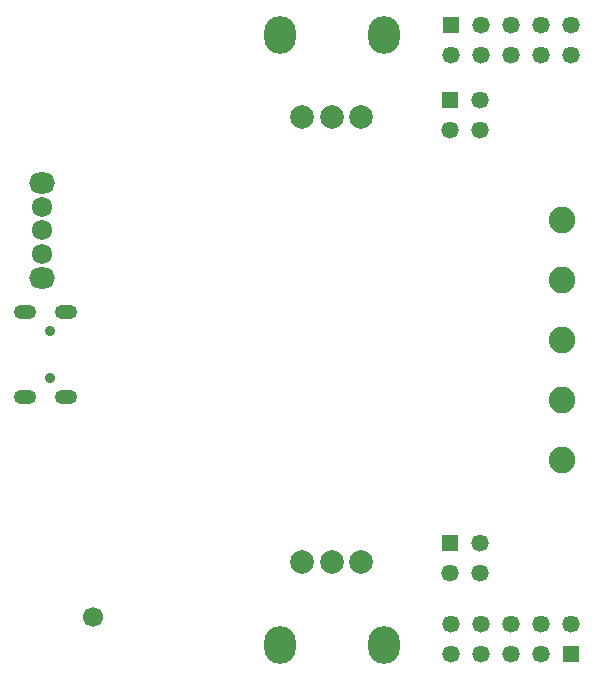
<source format=gbs>
G04*
G04 #@! TF.GenerationSoftware,Altium Limited,Altium Designer,21.2.2 (38)*
G04*
G04 Layer_Color=16711935*
%FSLAX25Y25*%
%MOIN*%
G70*
G04*
G04 #@! TF.SameCoordinates,9478AF75-F406-41B2-BF1A-F2BA18401FE8*
G04*
G04*
G04 #@! TF.FilePolarity,Negative*
G04*
G01*
G75*
%ADD43C,0.08858*%
%ADD44C,0.06787*%
%ADD45O,0.08661X0.07087*%
%ADD46C,0.06693*%
%ADD47O,0.10630X0.12598*%
%ADD48C,0.07874*%
%ADD49C,0.05787*%
%ADD50R,0.05787X0.05787*%
%ADD51O,0.07480X0.04724*%
%ADD52C,0.03543*%
%ADD53R,0.05787X0.05787*%
D43*
X218504Y164685D02*
D03*
Y144685D02*
D03*
Y124685D02*
D03*
Y184685D02*
D03*
Y104685D02*
D03*
D44*
X45276Y188976D02*
D03*
Y181102D02*
D03*
Y173228D02*
D03*
D45*
Y165354D02*
D03*
Y196850D02*
D03*
D46*
X62008Y52165D02*
D03*
D47*
X124409Y43024D02*
D03*
X159055Y42965D02*
D03*
X159055Y246346D02*
D03*
X124409Y246406D02*
D03*
D48*
X131890Y70524D02*
D03*
X141732D02*
D03*
X151575D02*
D03*
X151575Y218847D02*
D03*
X141732D02*
D03*
X131890D02*
D03*
D49*
X190945Y66772D02*
D03*
X180945D02*
D03*
X190945Y76772D02*
D03*
Y214567D02*
D03*
X180945D02*
D03*
X190945Y224567D02*
D03*
X191496Y49764D02*
D03*
Y39764D02*
D03*
X201496D02*
D03*
Y49764D02*
D03*
X211496D02*
D03*
Y39764D02*
D03*
X221496Y49764D02*
D03*
X181496D02*
D03*
Y39764D02*
D03*
X211496Y239606D02*
D03*
Y249606D02*
D03*
X201496D02*
D03*
Y239606D02*
D03*
X191496D02*
D03*
Y249606D02*
D03*
X181496Y239606D02*
D03*
X221496D02*
D03*
Y249606D02*
D03*
D50*
X180945Y76772D02*
D03*
Y224567D02*
D03*
D51*
X39567Y125689D02*
D03*
Y153839D02*
D03*
X53149D02*
D03*
Y125689D02*
D03*
D52*
X47933Y131890D02*
D03*
Y147638D02*
D03*
D53*
X221496Y39764D02*
D03*
X181496Y249606D02*
D03*
M02*

</source>
